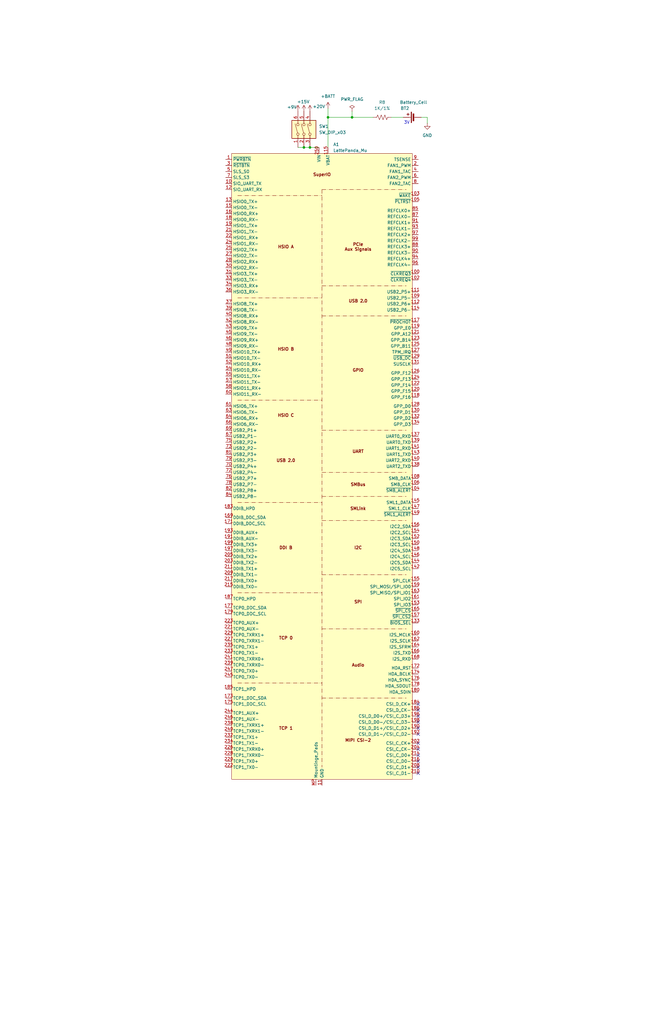
<source format=kicad_sch>
(kicad_sch (version 20231120) (generator "eeschema") (generator_version "8.0")
  (paper "B" portrait)
  (title_block (rev "0"))
  (lib_symbols
    (symbol "Device:Battery_Cell" (pin_numbers hide) (pin_names (offset 0) hide)
      (property "Reference" "BT" (at 2.54 2.54 0))
      (property "Value" "Battery_Cell" (at 2.54 0 0))
      (symbol "Battery_Cell_0_1"
        (rectangle (start -2.286 1.778) (end 2.286 1.524) (fill (type outline)))
        (rectangle (start -1.524 1.016) (end 1.524 0.508) (fill (type outline)))
        (polyline (pts (xy 0 0.762) (xy 0 0)))
        (polyline (pts (xy 0 1.778) (xy 0 2.54)))
        (polyline (pts (xy 0.762 3.048) (xy 1.778 3.048)) (stroke (width 0.254)))
        (polyline (pts (xy 1.27 3.556) (xy 1.27 2.54)) (stroke (width 0.254)))
      )
      (symbol "Battery_Cell_1_1"
        (pin passive line (at 0 5.08 270) (length 2.54) (name "+") (number "1"))
        (pin passive line (at 0 -2.54 90) (length 2.54) (name "-") (number "2"))
      )
    )
    (symbol "Device:R_US" (pin_numbers hide) (pin_names (offset 0))
      (property "Reference" "R" (at 2.54 0 90))
      (property "Value" "R_US" (at -2.54 0 90))
      (symbol "R_US_0_1"
        (polyline (pts (xy 0 -2.286) (xy 0 -2.54)))
        (polyline (pts (xy 0 2.286) (xy 0 2.54)))
        (polyline (pts (xy 0 -0.762) (xy 1.016 -1.143) (xy 0 -1.524) (xy -1.016 -1.905) (xy 0 -2.286)))
        (polyline (pts (xy 0 0.762) (xy 1.016 0.381) (xy 0 0) (xy -1.016 -0.381) (xy 0 -0.762)))
        (polyline (pts (xy 0 2.286) (xy 1.016 1.905) (xy 0 1.524) (xy -1.016 1.143) (xy 0 0.762)))
      )
      (symbol "R_US_1_1"
        (pin passive line (at 0 3.81 270) (length 1.27) (name "~") (number "1"))
        (pin passive line (at 0 -3.81 90) (length 1.27) (name "~") (number "2"))
      )
    )
    (symbol "MCU_Module_LattePanda:LattePanda_Mu"
      (property "Reference" "A" (at -38.1 133.35 0))
      (property "Value" "LattePanda_Mu" (at 38.1 133.35 0))
      (symbol "LattePanda_Mu_1_0"
        (pin passive line (at 0 -134.62 90) (length 2.54) hide (name "GND") (number "101"))
        (pin passive line (at 0 -134.62 90) (length 2.54) hide (name "GND") (number "107"))
        (pin passive line (at 0 -134.62 90) (length 2.54) hide (name "GND") (number "110"))
        (pin passive line (at 0 -134.62 90) (length 2.54) hide (name "GND") (number "113"))
        (pin passive line (at 0 -134.62 90) (length 2.54) hide (name "GND") (number "116"))
        (pin passive line (at 0 -134.62 90) (length 2.54) hide (name "GND") (number "135"))
        (pin passive line (at 0 -134.62 90) (length 2.54) hide (name "GND") (number "136"))
        (pin passive line (at 0 -134.62 90) (length 2.54) hide (name "GND") (number "14"))
        (pin passive line (at 0 -134.62 90) (length 2.54) hide (name "GND") (number "151"))
        (pin passive line (at 0 -134.62 90) (length 2.54) hide (name "GND") (number "158"))
        (pin passive line (at 0 -134.62 90) (length 2.54) hide (name "GND") (number "167"))
        (pin passive line (at 0 -134.62 90) (length 2.54) hide (name "GND") (number "17"))
        (pin passive line (at 0 -134.62 90) (length 2.54) hide (name "GND") (number "170"))
        (pin passive line (at 0 -134.62 90) (length 2.54) hide (name "GND") (number "181"))
        (pin passive line (at 0 -134.62 90) (length 2.54) hide (name "GND") (number "182"))
        (pin passive line (at 0 -134.62 90) (length 2.54) hide (name "GND") (number "188"))
        (pin passive line (at 0 -134.62 90) (length 2.54) hide (name "GND") (number "189"))
        (pin passive line (at 0 -134.62 90) (length 2.54) hide (name "GND") (number "194"))
        (pin passive line (at 0 -134.62 90) (length 2.54) hide (name "GND") (number "195"))
        (pin passive line (at 0 -134.62 90) (length 2.54) hide (name "GND") (number "20"))
        (pin passive line (at 0 -134.62 90) (length 2.54) hide (name "GND") (number "200"))
        (pin passive line (at 0 -134.62 90) (length 2.54) hide (name "GND") (number "201"))
        (pin passive line (at 0 -134.62 90) (length 2.54) hide (name "GND") (number "206"))
        (pin passive line (at 0 -134.62 90) (length 2.54) hide (name "GND") (number "207"))
        (pin passive line (at 0 -134.62 90) (length 2.54) hide (name "GND") (number "212"))
        (pin passive line (at 0 -134.62 90) (length 2.54) hide (name "GND") (number "213"))
        (pin passive line (at 0 -134.62 90) (length 2.54) hide (name "GND") (number "218"))
        (pin passive line (at 0 -134.62 90) (length 2.54) hide (name "GND") (number "219"))
        (pin passive line (at 0 -134.62 90) (length 2.54) hide (name "GND") (number "224"))
        (pin passive line (at 0 -134.62 90) (length 2.54) hide (name "GND") (number "225"))
        (pin passive line (at 0 -134.62 90) (length 2.54) hide (name "GND") (number "23"))
        (pin passive line (at 0 -134.62 90) (length 2.54) hide (name "GND") (number "230"))
        (pin passive line (at 0 -134.62 90) (length 2.54) hide (name "GND") (number "231"))
        (pin passive line (at 0 -134.62 90) (length 2.54) hide (name "GND") (number "236"))
        (pin passive line (at 0 -134.62 90) (length 2.54) hide (name "GND") (number "237"))
        (pin passive line (at 0 -134.62 90) (length 2.54) hide (name "GND") (number "242"))
        (pin passive line (at 0 -134.62 90) (length 2.54) hide (name "GND") (number "243"))
        (pin passive line (at 0 -134.62 90) (length 2.54) hide (name "GND") (number "248"))
        (pin passive line (at 0 -134.62 90) (length 2.54) hide (name "GND") (number "249"))
        (pin passive line (at 0 -134.62 90) (length 2.54) hide (name "GND") (number "26"))
        (pin passive line (at 0 -134.62 90) (length 2.54) hide (name "GND") (number "29"))
        (pin passive line (at 0 -134.62 90) (length 2.54) hide (name "GND") (number "32"))
        (pin passive line (at 0 -134.62 90) (length 2.54) hide (name "GND") (number "35"))
        (pin passive line (at 0 -134.62 90) (length 2.54) hide (name "GND") (number "38"))
        (pin passive line (at 0 -134.62 90) (length 2.54) hide (name "GND") (number "41"))
        (pin passive line (at 0 -134.62 90) (length 2.54) hide (name "GND") (number "44"))
        (pin passive line (at 0 -134.62 90) (length 2.54) hide (name "GND") (number "47"))
        (pin passive line (at 0 -134.62 90) (length 2.54) hide (name "GND") (number "50"))
        (pin passive line (at 0 -134.62 90) (length 2.54) hide (name "GND") (number "53"))
        (pin passive line (at 0 -134.62 90) (length 2.54) hide (name "GND") (number "56"))
        (pin passive line (at 0 -134.62 90) (length 2.54) hide (name "GND") (number "59"))
        (pin passive line (at 0 -134.62 90) (length 2.54) hide (name "GND") (number "62"))
        (pin passive line (at 0 -134.62 90) (length 2.54) hide (name "GND") (number "65"))
        (pin passive line (at 0 -134.62 90) (length 2.54) hide (name "GND") (number "68"))
        (pin passive line (at 0 -134.62 90) (length 2.54) hide (name "GND") (number "71"))
        (pin passive line (at 0 -134.62 90) (length 2.54) hide (name "GND") (number "74"))
        (pin passive line (at 0 -134.62 90) (length 2.54) hide (name "GND") (number "77"))
        (pin passive line (at 0 -134.62 90) (length 2.54) hide (name "GND") (number "80"))
        (pin passive line (at 0 -134.62 90) (length 2.54) hide (name "GND") (number "83"))
        (pin passive line (at 0 -134.62 90) (length 2.54) hide (name "GND") (number "86"))
        (pin passive line (at 0 -134.62 90) (length 2.54) hide (name "GND") (number "89"))
        (pin passive line (at 0 -134.62 90) (length 2.54) hide (name "GND") (number "92"))
        (pin passive line (at 0 -134.62 90) (length 2.54) hide (name "GND") (number "95"))
        (pin passive line (at 0 -134.62 90) (length 2.54) hide (name "GND") (number "98"))
      )
      (symbol "LattePanda_Mu_1_1"
        (rectangle (start -38.1 132.08) (end 38.1 -132.08) (fill (type background)))
        (polyline (pts (xy -35.56 -91.44) (xy 0 -91.44)) (stroke (width 0) (type dash_dot)))
        (polyline (pts (xy -35.56 -53.34) (xy 0 -53.34)) (stroke (width 0) (type dash_dot)))
        (polyline (pts (xy -35.56 -15.24) (xy 0 -15.24)) (stroke (width 0) (type dash_dot)))
        (polyline (pts (xy -35.56 27.94) (xy 0 27.94)) (stroke (width 0) (type dash_dot)))
        (polyline (pts (xy -35.56 71.12) (xy 0 71.12)) (stroke (width 0) (type dash_dot)))
        (polyline (pts (xy -35.56 114.3) (xy 0 114.3)) (stroke (width 0) (type dash_dot)))
        (polyline (pts (xy 0 -97.79) (xy 35.56 -97.79)) (stroke (width 0) (type dash_dot)))
        (polyline (pts (xy 0 -68.58) (xy 35.56 -68.58)) (stroke (width 0) (type dash_dot)))
        (polyline (pts (xy 0 -45.72) (xy 35.56 -45.72)) (stroke (width 0) (type dash_dot)))
        (polyline (pts (xy 0 -22.86) (xy 35.56 -22.86)) (stroke (width 0) (type dash_dot)))
        (polyline (pts (xy 0 -12.7) (xy 35.56 -12.7)) (stroke (width 0) (type dash_dot)))
        (polyline (pts (xy 0 -2.54) (xy 35.56 -2.54)) (stroke (width 0) (type dash_dot)))
        (polyline (pts (xy 0 15.24) (xy 35.56 15.24)) (stroke (width 0) (type dash_dot)))
        (polyline (pts (xy 0 63.5) (xy 35.56 63.5)) (stroke (width 0) (type dash_dot)))
        (polyline (pts (xy 0 76.2) (xy 35.56 76.2)) (stroke (width 0) (type dash_dot)))
        (polyline (pts (xy 0 116.84) (xy 0 -127)) (stroke (width 0) (type dash_dot)))
        (polyline (pts (xy 0 116.84) (xy 35.56 116.84)) (stroke (width 0) (type dash_dot)))
        (text "Audio" (at 15.24 -83.82 0) (effects (font (size 1.27 1.27) (bold yes))))
        (text "DDI B" (at -15.24 -34.29 0) (effects (font (size 1.27 1.27) (bold yes))))
        (text "GPIO" (at 15.24 40.64 0) (effects (font (size 1.27 1.27) (bold yes))))
        (text "HSIO A" (at -15.24 92.71 0) (effects (font (size 1.27 1.27) (bold yes))))
        (text "HSIO B" (at -15.24 49.53 0) (effects (font (size 1.27 1.27) (bold yes))))
        (text "HSIO C" (at -15.24 21.59 0) (effects (font (size 1.27 1.27) (bold yes))))
        (text "I2C" (at 15.24 -34.29 0) (effects (font (size 1.27 1.27) (bold yes))))
        (text "MIPI CSI-2" (at 15.24 -115.57 0) (effects (font (size 1.27 1.27) (bold yes))))
        (text "PCIe\nAux Signals" (at 15.24 92.71 0) (effects (font (size 1.27 1.27) (bold yes))))
        (text "SMBus" (at 15.24 -7.62 0) (effects (font (size 1.27 1.27) (bold yes))))
        (text "SMLink" (at 15.24 -17.78 0) (effects (font (size 1.27 1.27) (bold yes))))
        (text "SPI" (at 15.24 -57.15 0) (effects (font (size 1.27 1.27) (bold yes))))
        (text "SuperIO" (at 0 123.19 0) (effects (font (size 1.27 1.27) (bold yes))))
        (text "TCP 0" (at -15.24 -72.39 0) (effects (font (size 1.27 1.27) (bold yes))))
        (text "TCP 1" (at -15.24 -110.49 0) (effects (font (size 1.27 1.27) (bold yes))))
        (text "UART" (at 15.24 6.35 0) (effects (font (size 1.27 1.27) (bold yes))))
        (text "USB 2.0" (at -15.24 2.54 0) (effects (font (size 1.27 1.27) (bold yes))))
        (text "USB 2.0" (at 15.24 69.85 0) (effects (font (size 1.27 1.27) (bold yes))))
        (pin input line (at -40.64 129.54 0) (length 2.54) (name "~{PWRBTN}") (number "1"))
        (pin output line (at -40.64 119.38 0) (length 2.54) (name "SIO_UART_TX") (number "10"))
        (pin bidirectional line (at 40.64 81.28 180) (length 2.54) (name "~{CLKREQ3}") (number "100"))
        (pin bidirectional line (at 40.64 78.74 180) (length 2.54) (name "~{CLKREQ4}") (number "102"))
        (pin input line (at 40.64 114.3 180) (length 2.54) (name "~{WAKE}") (number "103"))
        (pin input line (at 40.64 -10.16 180) (length 2.54) (name "~{SMB_ALERT}") (number "104"))
        (pin output line (at 40.64 111.76 180) (length 2.54) (name "~{PLTRST}") (number "105"))
        (pin output line (at 40.64 -7.62 180) (length 2.54) (name "SMB_CLK") (number "106"))
        (pin bidirectional line (at 40.64 -5.08 180) (length 2.54) (name "SMB_DATA") (number "108"))
        (pin bidirectional line (at 40.64 71.12 180) (length 2.54) (name "USB2_P5-") (number "109"))
        (pin power_in line (at 0 -134.62 90) (length 2.54) (name "GND") (number "11"))
        (pin bidirectional line (at 40.64 73.66 180) (length 2.54) (name "USB2_P5+") (number "111"))
        (pin bidirectional line (at 40.64 68.58 180) (length 2.54) (name "USB2_P6+") (number "112"))
        (pin bidirectional line (at 40.64 66.04 180) (length 2.54) (name "USB2_P6-") (number "114"))
        (pin power_in line (at 2.54 134.62 270) (length 2.54) (name "VBAT") (number "115"))
        (pin bidirectional line (at 40.64 60.96 180) (length 2.54) (name "~{PROCHOT}") (number "117"))
        (pin bidirectional line (at 40.64 29.21 180) (length 2.54) (name "GPP_F16") (number "118"))
        (pin bidirectional line (at 40.64 58.42 180) (length 2.54) (name "GPP_E0") (number "119"))
        (pin input line (at -40.64 116.84 0) (length 2.54) (name "SIO_UART_RX") (number "12"))
        (pin bidirectional line (at 40.64 31.75 180) (length 2.54) (name "GPP_F15") (number "120"))
        (pin bidirectional line (at 40.64 55.88 180) (length 2.54) (name "GPP_A12") (number "121"))
        (pin bidirectional line (at 40.64 34.29 180) (length 2.54) (name "GPP_F14") (number "122"))
        (pin bidirectional line (at 40.64 53.34 180) (length 2.54) (name "GPP_B14") (number "123"))
        (pin bidirectional line (at 40.64 36.83 180) (length 2.54) (name "GPP_F13") (number "124"))
        (pin bidirectional line (at 40.64 50.8 180) (length 2.54) (name "GPP_B11") (number "125"))
        (pin bidirectional line (at 40.64 39.37 180) (length 2.54) (name "GPP_F12") (number "126"))
        (pin input line (at 40.64 48.26 180) (length 2.54) (name "TPM_IRQ") (number "127"))
        (pin bidirectional line (at 40.64 25.4 180) (length 2.54) (name "GPP_D0") (number "128"))
        (pin input line (at 40.64 45.72 180) (length 2.54) (name "~{USB_OC}") (number "129"))
        (pin output line (at -40.64 111.76 0) (length 2.54) (name "HSIO0_TX+") (number "13"))
        (pin bidirectional line (at 40.64 22.86 180) (length 2.54) (name "GPP_D1") (number "130"))
        (pin output line (at 40.64 43.18 180) (length 2.54) (name "SUSCLK") (number "131"))
        (pin bidirectional line (at 40.64 20.32 180) (length 2.54) (name "GPP_D2") (number "132"))
        (pin input line (at 40.64 -66.04 180) (length 2.54) (name "~{BIOS_SEL}") (number "133"))
        (pin bidirectional line (at 40.64 17.78 180) (length 2.54) (name "GPP_D3") (number "134"))
        (pin input line (at 40.64 12.7 180) (length 2.54) (name "UART0_RXD") (number "137"))
        (pin output line (at 40.64 0 180) (length 2.54) (name "UART2_TXD") (number "138"))
        (pin output line (at 40.64 10.16 180) (length 2.54) (name "UART0_TXD") (number "139"))
        (pin input line (at 40.64 2.54 180) (length 2.54) (name "UART2_RXD") (number "140"))
        (pin input line (at 40.64 7.62 180) (length 2.54) (name "UART1_RXD") (number "141"))
        (pin output line (at 40.64 -43.18 180) (length 2.54) (name "I2C5_SCL") (number "142"))
        (pin output line (at 40.64 5.08 180) (length 2.54) (name "UART1_TXD") (number "143"))
        (pin bidirectional line (at 40.64 -40.64 180) (length 2.54) (name "I2C5_SDA") (number "144"))
        (pin bidirectional line (at 40.64 -15.24 180) (length 2.54) (name "SML1_DATA") (number "145"))
        (pin output line (at 40.64 -38.1 180) (length 2.54) (name "I2C4_SCL") (number "146"))
        (pin output line (at 40.64 -17.78 180) (length 2.54) (name "SML1_CLK") (number "147"))
        (pin bidirectional line (at 40.64 -35.56 180) (length 2.54) (name "I2C4_SDA") (number "148"))
        (pin input line (at 40.64 -20.32 180) (length 2.54) (name "~{SML1_ALERT}") (number "149"))
        (pin output line (at -40.64 109.22 0) (length 2.54) (name "HSIO0_TX-") (number "15"))
        (pin output line (at 40.64 -33.02 180) (length 2.54) (name "I2C3_SCL") (number "150"))
        (pin bidirectional line (at 40.64 -30.48 180) (length 2.54) (name "I2C3_SDA") (number "152"))
        (pin bidirectional line (at 40.64 -58.42 180) (length 2.54) (name "SPI_IO3") (number "153"))
        (pin output line (at 40.64 -27.94 180) (length 2.54) (name "I2C2_SCL") (number "154"))
        (pin output line (at 40.64 -48.26 180) (length 2.54) (name "SPI_CLK") (number "155"))
        (pin bidirectional line (at 40.64 -25.4 180) (length 2.54) (name "I2C2_SDA") (number "156"))
        (pin output line (at 40.64 -63.5 180) (length 2.54) (name "~{SPI_CS2}") (number "157"))
        (pin bidirectional line (at 40.64 -50.8 180) (length 2.54) (name "SPI_MOSI/SPI_IO0") (number "159"))
        (pin input line (at -40.64 106.68 0) (length 2.54) (name "HSIO0_RX+") (number "16"))
        (pin output line (at 40.64 -71.12 180) (length 2.54) (name "I2S_MCLK") (number "160"))
        (pin bidirectional line (at 40.64 -55.88 180) (length 2.54) (name "SPI_IO2") (number "161"))
        (pin output line (at 40.64 -73.66 180) (length 2.54) (name "I2S_SCLK") (number "162"))
        (pin bidirectional line (at 40.64 -53.34 180) (length 2.54) (name "SPI_MISO/SPI_IO1") (number "163"))
        (pin output line (at 40.64 -76.2 180) (length 2.54) (name "I2S_SFRM") (number "164"))
        (pin bidirectional line (at 40.64 -60.96 180) (length 2.54) (name "~{SPI_CS}") (number "165"))
        (pin output line (at 40.64 -78.74 180) (length 2.54) (name "I2S_TXD") (number "166"))
        (pin input line (at 40.64 -81.28 180) (length 2.54) (name "I2S_RXD") (number "168"))
        (pin bidirectional line (at -40.64 -21.59 0) (length 2.54) (name "DDIB_DDC_SDA") (number "169"))
        (pin bidirectional line (at -40.64 -24.13 0) (length 2.54) (name "DDIB_DDC_SCL") (number "171"))
        (pin output line (at 40.64 -85.09 180) (length 2.54) (name "HDA_RST") (number "172"))
        (pin bidirectional line (at -40.64 -97.79 0) (length 2.54) (name "TCP1_DDC_SDA") (number "173"))
        (pin output line (at 40.64 -87.63 180) (length 2.54) (name "HDA_BCLK") (number "174"))
        (pin bidirectional line (at -40.64 -100.33 0) (length 2.54) (name "TCP1_DDC_SCL") (number "175"))
        (pin output line (at 40.64 -90.17 180) (length 2.54) (name "HDA_SYNC") (number "176"))
        (pin bidirectional line (at -40.64 -59.69 0) (length 2.54) (name "TCP0_DDC_SDA") (number "177"))
        (pin output line (at 40.64 -92.71 180) (length 2.54) (name "HDA_SDOUT") (number "178"))
        (pin bidirectional line (at -40.64 -62.23 0) (length 2.54) (name "TCP0_DDC_SCL") (number "179"))
        (pin input line (at -40.64 104.14 0) (length 2.54) (name "HSIO0_RX-") (number "18"))
        (pin input line (at 40.64 -95.25 180) (length 2.54) (name "HDA_SDIN") (number "180"))
        (pin input line (at -40.64 -17.78 0) (length 2.54) (name "DDIB_HPD") (number "183"))
        (pin input line (at 40.64 -100.33 180) (length 2.54) (name "CSI_D_CK+") (number "184"))
        (pin input line (at -40.64 -93.98 0) (length 2.54) (name "TCP1_HPD") (number "185"))
        (pin input line (at 40.64 -102.87 180) (length 2.54) (name "CSI_D_CK-") (number "186"))
        (pin input line (at -40.64 -55.88 0) (length 2.54) (name "TCP0_HPD") (number "187"))
        (pin output line (at -40.64 101.6 0) (length 2.54) (name "HSIO1_TX+") (number "19"))
        (pin input line (at 40.64 -110.49 180) (length 2.54) (name "CSI_D_D1+/CSI_C_D2+") (number "190"))
        (pin bidirectional line (at -40.64 -30.48 0) (length 2.54) (name "DDIB_AUX-") (number "191"))
        (pin input line (at 40.64 -113.03 180) (length 2.54) (name "CSI_D_D1-/CSI_C_D2-") (number "192"))
        (pin bidirectional line (at -40.64 -27.94 0) (length 2.54) (name "DDIB_AUX+") (number "193"))
        (pin input line (at 40.64 -105.41 180) (length 2.54) (name "CSI_D_D0+/CSI_C_D3+") (number "196"))
        (pin output line (at -40.64 -35.56 0) (length 2.54) (name "DDIB_TX3-") (number "197"))
        (pin input line (at 40.64 -107.95 180) (length 2.54) (name "CSI_D_D0-/CSI_C_D3-") (number "198"))
        (pin output line (at -40.64 -33.02 0) (length 2.54) (name "DDIB_TX3+") (number "199"))
        (pin output line (at 40.64 127 180) (length 2.54) (name "FAN1_PWM") (number "2"))
        (pin input line (at 40.64 -116.84 180) (length 2.54) (name "CSI_C_CK+") (number "202"))
        (pin output line (at -40.64 -40.64 0) (length 2.54) (name "DDIB_TX2-") (number "203"))
        (pin input line (at 40.64 -119.38 180) (length 2.54) (name "CSI_C_CK-") (number "204"))
        (pin output line (at -40.64 -38.1 0) (length 2.54) (name "DDIB_TX2+") (number "205"))
        (pin input line (at 40.64 -127 180) (length 2.54) (name "CSI_C_D1+") (number "208"))
        (pin output line (at -40.64 -45.72 0) (length 2.54) (name "DDIB_TX1-") (number "209"))
        (pin output line (at -40.64 99.06 0) (length 2.54) (name "HSIO1_TX-") (number "21"))
        (pin input line (at 40.64 -129.54 180) (length 2.54) (name "CSI_C_D1-") (number "210"))
        (pin output line (at -40.64 -43.18 0) (length 2.54) (name "DDIB_TX1+") (number "211"))
        (pin input line (at 40.64 -121.92 180) (length 2.54) (name "CSI_C_D0+") (number "214"))
        (pin output line (at -40.64 -50.8 0) (length 2.54) (name "DDIB_TX0-") (number "215"))
        (pin input line (at 40.64 -124.46 180) (length 2.54) (name "CSI_C_D0-") (number "216"))
        (pin output line (at -40.64 -48.26 0) (length 2.54) (name "DDIB_TX0+") (number "217"))
        (pin input line (at -40.64 96.52 0) (length 2.54) (name "HSIO1_RX+") (number "22"))
        (pin output line (at -40.64 -124.46 0) (length 2.54) (name "TCP1_TX0+") (number "220"))
        (pin bidirectional line (at -40.64 -68.58 0) (length 2.54) (name "TCP0_AUX-") (number "221"))
        (pin output line (at -40.64 -127 0) (length 2.54) (name "TCP1_TX0-") (number "222"))
        (pin bidirectional line (at -40.64 -66.04 0) (length 2.54) (name "TCP0_AUX+") (number "223"))
        (pin bidirectional line (at -40.64 -119.38 0) (length 2.54) (name "TCP1_TXRX0+") (number "226"))
        (pin bidirectional line (at -40.64 -73.66 0) (length 2.54) (name "TCP0_TXRX1-") (number "227"))
        (pin bidirectional line (at -40.64 -121.92 0) (length 2.54) (name "TCP1_TXRX0-") (number "228"))
        (pin bidirectional line (at -40.64 -71.12 0) (length 2.54) (name "TCP0_TXRX1+") (number "229"))
        (pin output line (at -40.64 -114.3 0) (length 2.54) (name "TCP1_TX1+") (number "232"))
        (pin output line (at -40.64 -78.74 0) (length 2.54) (name "TCP0_TX1-") (number "233"))
        (pin output line (at -40.64 -116.84 0) (length 2.54) (name "TCP1_TX1-") (number "234"))
        (pin output line (at -40.64 -76.2 0) (length 2.54) (name "TCP0_TX1+") (number "235"))
        (pin bidirectional line (at -40.64 -109.22 0) (length 2.54) (name "TCP1_TXRX1+") (number "238"))
        (pin bidirectional line (at -40.64 -83.82 0) (length 2.54) (name "TCP0_TXRX0-") (number "239"))
        (pin input line (at -40.64 93.98 0) (length 2.54) (name "HSIO1_RX-") (number "24"))
        (pin bidirectional line (at -40.64 -111.76 0) (length 2.54) (name "TCP1_TXRX1-") (number "240"))
        (pin bidirectional line (at -40.64 -81.28 0) (length 2.54) (name "TCP0_TXRX0+") (number "241"))
        (pin bidirectional line (at -40.64 -104.14 0) (length 2.54) (name "TCP1_AUX+") (number "244"))
        (pin output line (at -40.64 -88.9 0) (length 2.54) (name "TCP0_TX0-") (number "245"))
        (pin bidirectional line (at -40.64 -106.68 0) (length 2.54) (name "TCP1_AUX-") (number "246"))
        (pin output line (at -40.64 -86.36 0) (length 2.54) (name "TCP0_TX0+") (number "247"))
        (pin output line (at -40.64 91.44 0) (length 2.54) (name "HSIO2_TX+") (number "25"))
        (pin power_in line (at -1.27 134.62 270) (length 2.54) (name "VIN") (number "250"))
        (pin passive line (at -1.27 134.62 270) (length 2.54) hide (name "VIN") (number "251"))
        (pin passive line (at -1.27 134.62 270) (length 2.54) hide (name "VIN") (number "252"))
        (pin passive line (at -1.27 134.62 270) (length 2.54) hide (name "VIN") (number "253"))
        (pin passive line (at -1.27 134.62 270) (length 2.54) hide (name "VIN") (number "254"))
        (pin passive line (at -1.27 134.62 270) (length 2.54) hide (name "VIN") (number "255"))
        (pin passive line (at -1.27 134.62 270) (length 2.54) hide (name "VIN") (number "256"))
        (pin passive line (at -1.27 134.62 270) (length 2.54) hide (name "VIN") (number "257"))
        (pin passive line (at -1.27 134.62 270) (length 2.54) hide (name "VIN") (number "258"))
        (pin passive line (at -1.27 134.62 270) (length 2.54) hide (name "VIN") (number "259"))
        (pin passive line (at -1.27 134.62 270) (length 2.54) hide (name "VIN") (number "260"))
        (pin output line (at -40.64 88.9 0) (length 2.54) (name "HSIO2_TX-") (number "27"))
        (pin input line (at -40.64 86.36 0) (length 2.54) (name "HSIO2_RX+") (number "28"))
        (pin input line (at -40.64 127 0) (length 2.54) (name "~{RSTBTN}") (number "3"))
        (pin input line (at -40.64 83.82 0) (length 2.54) (name "HSIO2_RX-") (number "30"))
        (pin output line (at -40.64 81.28 0) (length 2.54) (name "HSIO3_TX+") (number "31"))
        (pin output line (at -40.64 78.74 0) (length 2.54) (name "HSIO3_TX-") (number "33"))
        (pin input line (at -40.64 76.2 0) (length 2.54) (name "HSIO3_RX+") (number "34"))
        (pin input line (at -40.64 73.66 0) (length 2.54) (name "HSIO3_RX-") (number "36"))
        (pin output line (at -40.64 68.58 0) (length 2.54) (name "HSIO8_TX+") (number "37"))
        (pin output line (at -40.64 66.04 0) (length 2.54) (name "HSIO8_TX-") (number "39"))
        (pin input line (at 40.64 124.46 180) (length 2.54) (name "FAN1_TAC") (number "4"))
        (pin input line (at -40.64 63.5 0) (length 2.54) (name "HSIO8_RX+") (number "40"))
        (pin input line (at -40.64 60.96 0) (length 2.54) (name "HSIO8_RX-") (number "42"))
        (pin output line (at -40.64 58.42 0) (length 2.54) (name "HSIO9_TX+") (number "43"))
        (pin output line (at -40.64 55.88 0) (length 2.54) (name "HSIO9_TX-") (number "45"))
        (pin input line (at -40.64 53.34 0) (length 2.54) (name "HSIO9_RX+") (number "46"))
        (pin input line (at -40.64 50.8 0) (length 2.54) (name "HSIO9_RX-") (number "48"))
        (pin output line (at -40.64 48.26 0) (length 2.54) (name "HSIO10_TX+") (number "49"))
        (pin output line (at -40.64 124.46 0) (length 2.54) (name "SLS_S0") (number "5"))
        (pin output line (at -40.64 45.72 0) (length 2.54) (name "HSIO10_TX-") (number "51"))
        (pin input line (at -40.64 43.18 0) (length 2.54) (name "HSIO10_RX+") (number "52"))
        (pin input line (at -40.64 40.64 0) (length 2.54) (name "HSIO10_RX-") (number "54"))
        (pin output line (at -40.64 38.1 0) (length 2.54) (name "HSIO11_TX+") (number "55"))
        (pin output line (at -40.64 35.56 0) (length 2.54) (name "HSIO11_TX-") (number "57"))
        (pin input line (at -40.64 33.02 0) (length 2.54) (name "HSIO11_RX+") (number "58"))
        (pin output line (at 40.64 121.92 180) (length 2.54) (name "FAN2_PWM") (number "6"))
        (pin input line (at -40.64 30.48 0) (length 2.54) (name "HSIO11_RX-") (number "60"))
        (pin output line (at -40.64 25.4 0) (length 2.54) (name "HSIO6_TX+") (number "61"))
        (pin output line (at -40.64 22.86 0) (length 2.54) (name "HSIO6_TX-") (number "63"))
        (pin input line (at -40.64 20.32 0) (length 2.54) (name "HSIO6_RX+") (number "64"))
        (pin input line (at -40.64 17.78 0) (length 2.54) (name "HSIO6_RX-") (number "66"))
        (pin bidirectional line (at -40.64 12.7 0) (length 2.54) (name "USB2_P1-") (number "67"))
        (pin bidirectional line (at -40.64 15.24 0) (length 2.54) (name "USB2_P1+") (number "69"))
        (pin output line (at -40.64 121.92 0) (length 2.54) (name "SLS_S3") (number "7"))
        (pin bidirectional line (at -40.64 0 0) (length 2.54) (name "USB2_P4+") (number "70"))
        (pin bidirectional line (at -40.64 -2.54 0) (length 2.54) (name "USB2_P4-") (number "72"))
        (pin bidirectional line (at -40.64 7.62 0) (length 2.54) (name "USB2_P2-") (number "73"))
        (pin bidirectional line (at -40.64 10.16 0) (length 2.54) (name "USB2_P2+") (number "75"))
        (pin bidirectional line (at -40.64 -5.08 0) (length 2.54) (name "USB2_P7+") (number "76"))
        (pin bidirectional line (at -40.64 -7.62 0) (length 2.54) (name "USB2_P7-") (number "78"))
        (pin bidirectional line (at -40.64 2.54 0) (length 2.54) (name "USB2_P3-") (number "79"))
        (pin input line (at 40.64 119.38 180) (length 2.54) (name "FAN2_TAC") (number "8"))
        (pin bidirectional line (at -40.64 5.08 0) (length 2.54) (name "USB2_P3+") (number "81"))
        (pin bidirectional line (at -40.64 -10.16 0) (length 2.54) (name "USB2_P8+") (number "82"))
        (pin bidirectional line (at -40.64 -12.7 0) (length 2.54) (name "USB2_P8-") (number "84"))
        (pin output line (at 40.64 107.95 180) (length 2.54) (name "REFCLK0+") (number "85"))
        (pin output line (at 40.64 105.41 180) (length 2.54) (name "REFCLK0-") (number "87"))
        (pin output line (at 40.64 92.71 180) (length 2.54) (name "REFCLK3+") (number "88"))
        (pin input line (at 40.64 129.54 180) (length 2.54) (name "TSENSE") (number "9"))
        (pin output line (at 40.64 90.17 180) (length 2.54) (name "REFCLK3-") (number "90"))
        (pin output line (at 40.64 102.87 180) (length 2.54) (name "REFCLK1+") (number "91"))
        (pin output line (at 40.64 100.33 180) (length 2.54) (name "REFCLK1-") (number "93"))
        (pin output line (at 40.64 87.63 180) (length 2.54) (name "REFCLK4+") (number "94"))
        (pin output line (at 40.64 85.09 180) (length 2.54) (name "REFCLK4-") (number "96"))
        (pin output line (at 40.64 97.79 180) (length 2.54) (name "REFCLK2+") (number "97"))
        (pin output line (at 40.64 95.25 180) (length 2.54) (name "REFCLK2-") (number "99"))
        (pin passive line (at -2.54 -134.62 90) (length 2.54) (name "Mountinge_Pads") (number "MP"))
      )
    )
    (symbol "Switch:SW_DIP_x03" (pin_names (offset 0) hide)
      (property "Reference" "SW" (at 0 6.35 0))
      (property "Value" "SW_DIP_x03" (at 0 -6.35 0))
      (symbol "SW_DIP_x03_0_0"
        (circle (center -2.032 -2.54) (radius 0.508))
        (circle (center -2.032 0) (radius 0.508))
        (circle (center -2.032 2.54) (radius 0.508))
        (polyline (pts (xy -1.524 -2.413) (xy 2.3622 -1.3716)))
        (polyline (pts (xy -1.524 0.127) (xy 2.3622 1.1684)))
        (polyline (pts (xy -1.524 2.667) (xy 2.3622 3.7084)))
        (circle (center 2.032 -2.54) (radius 0.508))
        (circle (center 2.032 0) (radius 0.508))
        (circle (center 2.032 2.54) (radius 0.508))
      )
      (symbol "SW_DIP_x03_0_1"
        (rectangle (start -3.81 5.08) (end 3.81 -5.08) (stroke (width 0.254)) (fill (type background)))
      )
      (symbol "SW_DIP_x03_1_1"
        (pin passive line (at -7.62 2.54 0) (length 5.08) (name "~") (number "1"))
        (pin passive line (at -7.62 0 0) (length 5.08) (name "~") (number "2"))
        (pin passive line (at -7.62 -2.54 0) (length 5.08) (name "~") (number "3"))
        (pin passive line (at 7.62 -2.54 180) (length 5.08) (name "~") (number "4"))
        (pin passive line (at 7.62 0 180) (length 5.08) (name "~") (number "5"))
        (pin passive line (at 7.62 2.54 180) (length 5.08) (name "~") (number "6"))
      )
    )
    (symbol "power:+15V" (power) (pin_numbers hide) (pin_names (offset 0) hide)
      (property "Value" "+15V" (at 0 3.556 0))
      (symbol "+15V_0_1"
        (polyline (pts (xy -0.762 1.27) (xy 0 2.54)))
        (polyline (pts (xy 0 0) (xy 0 2.54)))
        (polyline (pts (xy 0 2.54) (xy 0.762 1.27)))
      )
      (symbol "+15V_1_1"
        (pin power_in line (at 0 0 90) (length 0) (name "~") (number "1"))
      )
    )
    (symbol "power:+24V" (power) (pin_numbers hide) (pin_names (offset 0) hide)
      (property "Value" "+24V" (at 0 3.556 0))
      (symbol "+24V_0_1"
        (polyline (pts (xy -0.762 1.27) (xy 0 2.54)))
        (polyline (pts (xy 0 0) (xy 0 2.54)))
        (polyline (pts (xy 0 2.54) (xy 0.762 1.27)))
      )
      (symbol "+24V_1_1"
        (pin power_in line (at 0 0 90) (length 0) (name "~") (number "1"))
      )
    )
    (symbol "power:+9V" (power) (pin_numbers hide) (pin_names (offset 0) hide)
      (property "Value" "+9V" (at 0 3.556 0))
      (symbol "+9V_0_1"
        (polyline (pts (xy -0.762 1.27) (xy 0 2.54)))
        (polyline (pts (xy 0 0) (xy 0 2.54)))
        (polyline (pts (xy 0 2.54) (xy 0.762 1.27)))
      )
      (symbol "+9V_1_1"
        (pin power_in line (at 0 0 90) (length 0) (name "~") (number "1"))
      )
    )
    (symbol "power:+BATT" (power) (pin_numbers hide) (pin_names (offset 0) hide)
      (property "Value" "+BATT" (at 0 3.556 0))
      (symbol "+BATT_0_1"
        (polyline (pts (xy -0.762 1.27) (xy 0 2.54)))
        (polyline (pts (xy 0 0) (xy 0 2.54)))
        (polyline (pts (xy 0 2.54) (xy 0.762 1.27)))
      )
      (symbol "+BATT_1_1"
        (pin power_in line (at 0 0 90) (length 0) (name "~") (number "1"))
      )
    )
    (symbol "power:GND" (power) (pin_numbers hide) (pin_names (offset 0) hide)
      (property "Value" "GND" (at 0 -3.81 0))
      (symbol "GND_0_1"
        (polyline (pts (xy 0 0) (xy 0 -1.27) (xy 1.27 -1.27) (xy 0 -2.54) (xy -1.27 -1.27) (xy 0 -1.27)))
      )
      (symbol "GND_1_1"
        (pin power_in line (at 0 0 270) (length 0) (name "~") (number "1"))
      )
    )
    (symbol "power:PWR_FLAG" (power) (pin_numbers hide) (pin_names (offset 0) hide)
      (property "Value" "PWR_FLAG" (at 0 3.81 0))
      (symbol "PWR_FLAG_0_0"
        (pin power_out line (at 0 0 90) (length 0) (name "~") (number "1"))
      )
      (symbol "PWR_FLAG_0_1"
        (polyline (pts (xy 0 0) (xy 0 1.27) (xy -1.016 1.905) (xy 0 2.54) (xy 1.016 1.905) (xy 0 1.27)))
      )
    )
  )
  (junction (at 128.27 62.23))
  (junction (at 148.59 49.53))
  (junction (at 138.43 49.53))
  (junction (at 130.81 62.23))
  (no_connect (at 176.53 318.77))
  (no_connect (at 176.53 299.72))
  (no_connect (at 176.53 316.23))
  (no_connect (at 176.53 321.31))
  (no_connect (at 176.53 297.18))
  (no_connect (at 176.53 309.88))
  (no_connect (at 176.53 302.26))
  (no_connect (at 176.53 323.85))
  (no_connect (at 176.53 313.69))
  (no_connect (at 176.53 326.39))
  (no_connect (at 176.53 307.34))
  (no_connect (at 176.53 304.8))
  (wire (pts (xy 180.34 49.53) (xy 180.34 52.07)))
  (wire (pts (xy 138.43 49.53) (xy 148.59 49.53)))
  (wire (pts (xy 138.43 49.53) (xy 138.43 62.23)))
  (wire (pts (xy 165.1 49.53) (xy 170.18 49.53)))
  (wire (pts (xy 177.8 49.53) (xy 180.34 49.53)))
  (wire (pts (xy 128.27 62.23) (xy 130.81 62.23)))
  (wire (pts (xy 138.43 45.72) (xy 138.43 49.53)))
  (wire (pts (xy 148.59 46.99) (xy 148.59 49.53)))
  (wire (pts (xy 148.59 49.53) (xy 157.48 49.53)))
  (wire (pts (xy 125.73 62.23) (xy 128.27 62.23)))
  (wire (pts (xy 130.81 62.23) (xy 134.62 62.23)))
  (text "3V" (at 171.704 51.816 0) (effects (font (size 1.27 1.27))))
  (symbol (lib_id "power:GND") (at 180.34 52.07 0) (unit 1)
    (property "Reference" "#PWR020" (effects (hide yes)))
    (property "Value" "GND" (at 180.34 57.15 0))
  )
  (symbol (lib_id "power:PWR_FLAG") (at 148.59 46.99 0) (unit 1)
    (property "Reference" "#FLG01" (effects (hide yes)))
    (property "Value" "PWR_FLAG" (at 148.59 41.91 0))
    (property "Description" "Special symbol for telling ERC where power comes from" (effects (hide yes)))
  )
  (symbol (lib_id "Device:Battery_Cell") (at 175.26 49.53 90) (unit 1)
    (property "Reference" "BT2" (at 172.72 45.72 90) (effects (justify left)))
    (property "Value" "Battery_Cell" (at 180.34 43.18 90) (effects (justify left)))
    (property "Footprint" "A_HDJ_Library:Battery_Holder_CR1220_S8411-45R" (effects (hide yes)))
  )
  (symbol (lib_id "power:+9V") (at 125.73 46.99 0) (unit 1)
    (property "Reference" "#PWR016" (effects (hide yes)))
    (property "Value" "+9V" (at 123.19 45.212 0))
    (property "Description" "Power symbol creates a global label with name \"+9V\"" (effects (hide yes)))
  )
  (symbol (lib_id "Switch:SW_DIP_x03") (at 128.27 54.61 90) (unit 1)
    (property "Reference" "SW1" (at 134.62 53.3399 90) (effects (justify right)))
    (property "Value" "SW_DIP_x03" (at 134.62 55.8799 90) (effects (justify right)))
    (property "Description" "3x DIP Switch, Single Pole Single Throw (SPST) switch, small symbol" (effects (hide yes)))
  )
  (symbol (lib_id "power:+15V") (at 128.27 46.99 0) (unit 1)
    (property "Reference" "#PWR017" (effects (hide yes)))
    (property "Value" "+15V" (at 128.016 42.926 0))
    (property "Description" "Power symbol creates a global label with name \"+15V\"" (effects (hide yes)))
  )
  (symbol (lib_id "power:+BATT") (at 138.43 45.72 0) (unit 1)
    (property "Reference" "#PWR021" (effects (hide yes)))
    (property "Value" "+BATT" (at 138.43 40.64 0))
  )
  (symbol (lib_id "power:+24V") (at 130.81 46.99 0) (unit 1)
    (property "Reference" "#PWR018" (effects (hide yes)))
    (property "Value" "+20V" (at 134.62 44.958 0))
    (property "Description" "Power symbol creates a global label with name \"+24V\"" (effects (hide yes)))
  )
  (symbol (lib_id "MCU_Module_LattePanda:LattePanda_Mu") (at 135.89 196.85 0) (unit 1)
    (property "Reference" "A1" (at 140.6241 60.96 0) (effects (justify left)))
    (property "Value" "LattePanda_Mu" (at 140.6241 63.5 0) (effects (justify left)))
    (property "Footprint" "Module_LattePanda:LattePanda_Module_H8.0mm_Horizontal" (effects (hide yes)))
    (property "Description" "A micro computing module with x86 processer, RAM and eMMC." (effects (hide yes)))
    (property "Part" "TE 2309411-1" (effects (hide yes)))
  )
  (symbol (lib_id "Device:R_US") (at 161.29 49.53 90) (unit 1)
    (property "Reference" "R8" (at 161.29 43.18 90))
    (property "Value" "1K/1%" (at 161.29 45.72 90))
    (property "Description" "Resistor, US symbol" (effects (hide yes)))
  )
)
</source>
